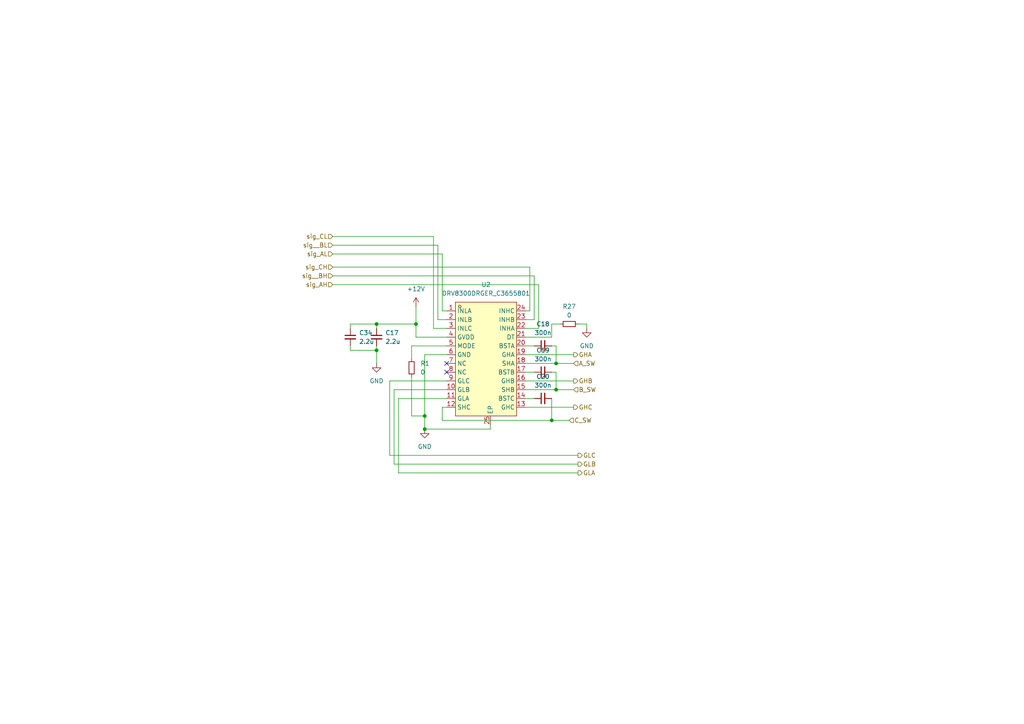
<source format=kicad_sch>
(kicad_sch (version 20231120) (generator "eeschema") (generator_version "8.0")
  (paper "A4")
  (lib_symbols
    (symbol "Device:C_Small" (pin_numbers hide) (pin_names (offset 0.254) hide)
      (property "Reference" "C" (at 0.254 1.778 0))
      (property "Value" "C_Small" (at 0.254 -2.032 0))
      (symbol "C_Small_0_1"
        (polyline (pts (xy -1.524 -0.508) (xy 1.524 -0.508)) (stroke (width 0.3302)))
        (polyline (pts (xy -1.524 0.508) (xy 1.524 0.508)) (stroke (width 0.3048)))
      )
      (symbol "C_Small_1_1"
        (pin passive line (at 0 2.54 270) (length 2.032) (name "~") (number "1"))
        (pin passive line (at 0 -2.54 90) (length 2.032) (name "~") (number "2"))
      )
    )
    (symbol "Device:R_Small" (pin_numbers hide) (pin_names (offset 0.254) hide)
      (property "Reference" "R" (at 0.762 0.508 0))
      (property "Value" "R_Small" (at 0.762 -1.016 0))
      (symbol "R_Small_0_1"
        (rectangle (start -0.762 1.778) (end 0.762 -1.778) (stroke (width 0.2032)))
      )
      (symbol "R_Small_1_1"
        (pin passive line (at 0 2.54 270) (length 0.762) (name "~") (number "1"))
        (pin passive line (at 0 -2.54 90) (length 0.762) (name "~") (number "2"))
      )
    )
    (symbol "easyeda2kicad:DRV8300DRGER_C3655801"
      (property "Reference" "U" (at 0 20.32 0))
      (property "Value" "DRV8300DRGER_C3655801" (at 0 -22.86 0))
      (symbol "DRV8300DRGER_C3655801_0_1"
        (rectangle (start -10.16 17.78) (end 7.62 -15.24) (fill (type background)))
        (circle (center -8.89 16.51) (radius 0.38))
        (pin unspecified line (at -12.7 15.24 0) (length 2.54) (name "INLA") (number "1"))
        (pin unspecified line (at -12.7 -7.62 0) (length 2.54) (name "GLB") (number "10"))
        (pin unspecified line (at -12.7 -10.16 0) (length 2.54) (name "GLA") (number "11"))
        (pin unspecified line (at -12.7 -12.7 0) (length 2.54) (name "SHC") (number "12"))
        (pin unspecified line (at 10.16 -12.7 180) (length 2.54) (name "GHC") (number "13"))
        (pin unspecified line (at 10.16 -10.16 180) (length 2.54) (name "BSTC") (number "14"))
        (pin unspecified line (at 10.16 -7.62 180) (length 2.54) (name "SHB") (number "15"))
        (pin unspecified line (at 10.16 -5.08 180) (length 2.54) (name "GHB") (number "16"))
        (pin unspecified line (at 10.16 -2.54 180) (length 2.54) (name "BSTB") (number "17"))
        (pin unspecified line (at 10.16 0 180) (length 2.54) (name "SHA") (number "18"))
        (pin unspecified line (at 10.16 2.54 180) (length 2.54) (name "GHA") (number "19"))
        (pin unspecified line (at -12.7 12.7 0) (length 2.54) (name "INLB") (number "2"))
        (pin unspecified line (at 10.16 5.08 180) (length 2.54) (name "BSTA") (number "20"))
        (pin unspecified line (at 10.16 7.62 180) (length 2.54) (name "DT") (number "21"))
        (pin unspecified line (at 10.16 10.16 180) (length 2.54) (name "INHA") (number "22"))
        (pin unspecified line (at 10.16 12.7 180) (length 2.54) (name "INHB") (number "23"))
        (pin unspecified line (at 10.16 15.24 180) (length 2.54) (name "INHC") (number "24"))
        (pin unspecified line (at 0 -17.78 90) (length 2.54) (name "EP") (number "25"))
        (pin unspecified line (at -12.7 10.16 0) (length 2.54) (name "INLC") (number "3"))
        (pin unspecified line (at -12.7 7.62 0) (length 2.54) (name "GVDD") (number "4"))
        (pin unspecified line (at -12.7 5.08 0) (length 2.54) (name "MODE") (number "5"))
        (pin unspecified line (at -12.7 2.54 0) (length 2.54) (name "GND") (number "6"))
        (pin unspecified line (at -12.7 0 0) (length 2.54) (name "NC") (number "7"))
        (pin unspecified line (at -12.7 -2.54 0) (length 2.54) (name "NC") (number "8"))
        (pin unspecified line (at -12.7 -5.08 0) (length 2.54) (name "GLC") (number "9"))
      )
    )
    (symbol "power:+12V" (power) (pin_numbers hide) (pin_names (offset 0) hide)
      (property "Value" "+12V" (at 0 3.556 0))
      (symbol "+12V_0_1"
        (polyline (pts (xy -0.762 1.27) (xy 0 2.54)))
        (polyline (pts (xy 0 0) (xy 0 2.54)))
        (polyline (pts (xy 0 2.54) (xy 0.762 1.27)))
      )
      (symbol "+12V_1_1"
        (pin power_in line (at 0 0 90) (length 0) (name "~") (number "1"))
      )
    )
    (symbol "power:GND" (power) (pin_numbers hide) (pin_names (offset 0) hide)
      (property "Value" "GND" (at 0 -3.81 0))
      (symbol "GND_0_1"
        (polyline (pts (xy 0 0) (xy 0 -1.27) (xy 1.27 -1.27) (xy 0 -2.54) (xy -1.27 -1.27) (xy 0 -1.27)))
      )
      (symbol "GND_1_1"
        (pin power_in line (at 0 0 270) (length 0) (name "~") (number "1"))
      )
    )
  )
  (junction (at 161.29 113.03))
  (junction (at 109.22 101.6))
  (junction (at 123.19 124.46))
  (junction (at 160.02 121.92))
  (junction (at 161.29 105.41))
  (junction (at 109.22 93.98))
  (junction (at 123.19 120.65))
  (junction (at 120.65 93.98))
  (no_connect (at 129.54 107.95))
  (no_connect (at 129.54 105.41))
  (wire (pts (xy 109.22 93.98) (xy 101.6 93.98)))
  (wire (pts (xy 154.94 80.01) (xy 96.52 80.01)))
  (wire (pts (xy 161.29 105.41) (xy 166.37 105.41)))
  (wire (pts (xy 156.21 95.25) (xy 152.4 95.25)))
  (wire (pts (xy 128.27 90.17) (xy 129.54 90.17)))
  (wire (pts (xy 123.19 120.65) (xy 123.19 124.46)))
  (wire (pts (xy 109.22 105.41) (xy 109.22 101.6)))
  (wire (pts (xy 152.4 115.57) (xy 154.94 115.57)))
  (wire (pts (xy 109.22 93.98) (xy 109.22 95.25)))
  (wire (pts (xy 120.65 97.79) (xy 129.54 97.79)))
  (wire (pts (xy 129.54 100.33) (xy 119.38 100.33)))
  (wire (pts (xy 161.29 113.03) (xy 166.37 113.03)))
  (wire (pts (xy 119.38 100.33) (xy 119.38 104.14)))
  (wire (pts (xy 170.18 93.98) (xy 170.18 95.25)))
  (wire (pts (xy 125.73 95.25) (xy 129.54 95.25)))
  (wire (pts (xy 113.03 132.08) (xy 167.64 132.08)))
  (wire (pts (xy 125.73 68.58) (xy 125.73 95.25)))
  (wire (pts (xy 120.65 97.79) (xy 120.65 93.98)))
  (wire (pts (xy 96.52 68.58) (xy 125.73 68.58)))
  (wire (pts (xy 96.52 71.12) (xy 127 71.12)))
  (wire (pts (xy 127 71.12) (xy 127 92.71)))
  (wire (pts (xy 115.57 115.57) (xy 129.54 115.57)))
  (wire (pts (xy 154.94 80.01) (xy 154.94 92.71)))
  (wire (pts (xy 123.19 124.46) (xy 142.24 124.46)))
  (wire (pts (xy 152.4 107.95) (xy 154.94 107.95)))
  (wire (pts (xy 128.27 73.66) (xy 128.27 90.17)))
  (wire (pts (xy 153.67 90.17) (xy 152.4 90.17)))
  (wire (pts (xy 152.4 118.11) (xy 166.37 118.11)))
  (wire (pts (xy 128.27 118.11) (xy 128.27 121.92)))
  (wire (pts (xy 127 92.71) (xy 129.54 92.71)))
  (wire (pts (xy 160.02 121.92) (xy 165.1 121.92)))
  (wire (pts (xy 119.38 120.65) (xy 123.19 120.65)))
  (wire (pts (xy 160.02 97.79) (xy 160.02 93.98)))
  (wire (pts (xy 114.3 134.62) (xy 167.64 134.62)))
  (wire (pts (xy 156.21 82.55) (xy 156.21 95.25)))
  (wire (pts (xy 101.6 101.6) (xy 109.22 101.6)))
  (wire (pts (xy 101.6 100.33) (xy 101.6 101.6)))
  (wire (pts (xy 153.67 77.47) (xy 153.67 90.17)))
  (wire (pts (xy 113.03 110.49) (xy 129.54 110.49)))
  (wire (pts (xy 109.22 101.6) (xy 109.22 100.33)))
  (wire (pts (xy 160.02 107.95) (xy 161.29 107.95)))
  (wire (pts (xy 152.4 97.79) (xy 160.02 97.79)))
  (wire (pts (xy 161.29 107.95) (xy 161.29 113.03)))
  (wire (pts (xy 160.02 115.57) (xy 160.02 121.92)))
  (wire (pts (xy 152.4 105.41) (xy 161.29 105.41)))
  (wire (pts (xy 152.4 102.87) (xy 166.37 102.87)))
  (wire (pts (xy 113.03 132.08) (xy 113.03 110.49)))
  (wire (pts (xy 123.19 102.87) (xy 129.54 102.87)))
  (wire (pts (xy 153.67 77.47) (xy 96.52 77.47)))
  (wire (pts (xy 115.57 137.16) (xy 167.64 137.16)))
  (wire (pts (xy 109.22 93.98) (xy 120.65 93.98)))
  (wire (pts (xy 161.29 100.33) (xy 161.29 105.41)))
  (wire (pts (xy 123.19 102.87) (xy 123.19 120.65)))
  (wire (pts (xy 128.27 121.92) (xy 160.02 121.92)))
  (wire (pts (xy 119.38 109.22) (xy 119.38 120.65)))
  (wire (pts (xy 152.4 100.33) (xy 154.94 100.33)))
  (wire (pts (xy 160.02 93.98) (xy 162.56 93.98)))
  (wire (pts (xy 120.65 93.98) (xy 120.65 88.9)))
  (wire (pts (xy 152.4 113.03) (xy 161.29 113.03)))
  (wire (pts (xy 114.3 113.03) (xy 129.54 113.03)))
  (wire (pts (xy 156.21 82.55) (xy 96.52 82.55)))
  (wire (pts (xy 160.02 100.33) (xy 161.29 100.33)))
  (wire (pts (xy 167.64 93.98) (xy 170.18 93.98)))
  (wire (pts (xy 96.52 73.66) (xy 128.27 73.66)))
  (wire (pts (xy 154.94 92.71) (xy 152.4 92.71)))
  (wire (pts (xy 115.57 137.16) (xy 115.57 115.57)))
  (wire (pts (xy 142.24 123.19) (xy 142.24 124.46)))
  (wire (pts (xy 114.3 134.62) (xy 114.3 113.03)))
  (wire (pts (xy 129.54 118.11) (xy 128.27 118.11)))
  (wire (pts (xy 152.4 110.49) (xy 166.37 110.49)))
  (wire (pts (xy 101.6 93.98) (xy 101.6 95.25)))
  (hierarchical_label "A_SW" (shape input) (at 166.37 105.41 0))
  (hierarchical_label "sig__BH" (shape input) (at 96.52 80.01 180))
  (hierarchical_label "GLA" (shape output) (at 167.64 137.16 0))
  (hierarchical_label "GHC" (shape output) (at 166.37 118.11 0))
  (hierarchical_label "GHB" (shape output) (at 166.37 110.49 0))
  (hierarchical_label "sig_AL" (shape input) (at 96.52 73.66 180))
  (hierarchical_label "C_SW" (shape input) (at 165.1 121.92 0))
  (hierarchical_label "sig_CL" (shape input) (at 96.52 68.58 180))
  (hierarchical_label "GLB" (shape output) (at 167.64 134.62 0))
  (hierarchical_label "B_SW" (shape input) (at 166.37 113.03 0))
  (hierarchical_label "sig_AH" (shape input) (at 96.52 82.55 180))
  (hierarchical_label "sig__BL" (shape input) (at 96.52 71.12 180))
  (hierarchical_label "GLC" (shape output) (at 167.64 132.08 0))
  (hierarchical_label "sig_CH" (shape input) (at 96.52 77.47 180))
  (hierarchical_label "GHA" (shape output) (at 166.37 102.87 0))
  (symbol (lib_id "power:+12V") (at 120.65 88.9 0) (unit 1)
    (property "Reference" "#PWR05" (effects (hide yes)))
    (property "Value" "+12V" (at 120.65 83.82 0))
    (property "Description" "Power symbol creates a global label with name \"+12V\"" (effects (hide yes)))
  )
  (symbol (lib_id "Device:R_Small") (at 119.38 106.68 0) (unit 1)
    (property "Reference" "R1" (at 121.92 105.4099 0) (effects (justify left)))
    (property "Value" "0" (at 121.92 107.9499 0) (effects (justify left)))
    (property "Footprint" "Resistor_SMD:R_0402_1005Metric" (effects (hide yes)))
    (property "Description" "Resistor, small symbol" (effects (hide yes)))
  )
  (symbol (lib_id "power:GND") (at 170.18 95.25 0) (unit 1)
    (property "Reference" "#PWR039" (effects (hide yes)))
    (property "Value" "GND" (at 170.18 100.33 0))
    (property "Description" "Power symbol creates a global label with name \"GND\" , ground" (effects (hide yes)))
  )
  (symbol (lib_id "power:GND") (at 109.22 105.41 0) (unit 1)
    (property "Reference" "#PWR038" (effects (hide yes)))
    (property "Value" "GND" (at 109.22 110.49 0))
    (property "Description" "Power symbol creates a global label with name \"GND\" , ground" (effects (hide yes)))
  )
  (symbol (lib_id "easyeda2kicad:DRV8300DRGER_C3655801") (at 142.24 105.41 0) (unit 1)
    (property "Reference" "U2" (at 140.97 82.55 0))
    (property "Value" "DRV8300DRGER_C3655801" (at 140.97 85.09 0))
    (property "Footprint" "easyeda2kicad:VQFN-24_L4.0-W4.0-P0.50-TL-EP2.5" (effects (hide yes)))
    (property "LCSC Part" "C3655801" (effects (hide yes)))
  )
  (symbol (lib_id "Device:R_Small") (at 165.1 93.98 90) (unit 1)
    (property "Reference" "R27" (at 165.1 88.9 90))
    (property "Value" "0" (at 165.1 91.44 90))
    (property "Footprint" "Resistor_SMD:R_0402_1005Metric" (effects (hide yes)))
    (property "Description" "Resistor, small symbol" (effects (hide yes)))
  )
  (symbol (lib_id "Device:C_Small") (at 157.48 115.57 90) (unit 1)
    (property "Reference" "C20" (at 157.4863 109.22 90))
    (property "Value" "300n" (at 157.4863 111.76 90))
    (property "Footprint" "Capacitor_SMD:C_0603_1608Metric" (effects (hide yes)))
    (property "Description" "Unpolarized capacitor, small symbol" (effects (hide yes)))
  )
  (symbol (lib_id "Device:C_Small") (at 109.22 97.79 0) (unit 1)
    (property "Reference" "C17" (at 111.76 96.5262 0) (effects (justify left)))
    (property "Value" "2.2u" (at 111.76 99.0662 0) (effects (justify left)))
    (property "Footprint" "Capacitor_SMD:C_0603_1608Metric" (effects (hide yes)))
    (property "Description" "Unpolarized capacitor, small symbol" (effects (hide yes)))
  )
  (symbol (lib_id "power:GND") (at 123.19 124.46 0) (unit 1)
    (property "Reference" "#PWR06" (effects (hide yes)))
    (property "Value" "GND" (at 123.19 129.54 0))
    (property "Description" "Power symbol creates a global label with name \"GND\" , ground" (effects (hide yes)))
  )
  (symbol (lib_id "Device:C_Small") (at 101.6 97.79 0) (unit 1)
    (property "Reference" "C34" (at 104.14 96.5262 0) (effects (justify left)))
    (property "Value" "2.2u" (at 104.14 99.0662 0) (effects (justify left)))
    (property "Footprint" "Capacitor_SMD:C_0603_1608Metric" (effects (hide yes)))
    (property "Description" "Unpolarized capacitor, small symbol" (effects (hide yes)))
  )
  (symbol (lib_id "Device:C_Small") (at 157.48 100.33 90) (unit 1)
    (property "Reference" "C18" (at 157.4863 93.98 90))
    (property "Value" "300n" (at 157.4863 96.52 90))
    (property "Footprint" "Capacitor_SMD:C_0603_1608Metric" (effects (hide yes)))
    (property "Description" "Unpolarized capacitor, small symbol" (effects (hide yes)))
  )
  (symbol (lib_id "Device:C_Small") (at 157.48 107.95 90) (unit 1)
    (property "Reference" "C19" (at 157.4863 101.6 90))
    (property "Value" "300n" (at 157.4863 104.14 90))
    (property "Footprint" "Capacitor_SMD:C_0603_1608Metric" (effects (hide yes)))
    (property "Description" "Unpolarized capacitor, small symbol" (effects (hide yes)))
  )
)
</source>
